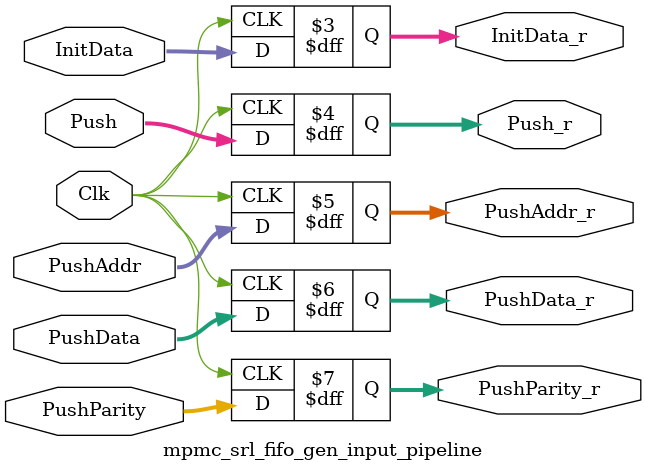
<source format=v>

`timescale 1ns/1ns

module mpmc_srl_fifo_gen_input_pipeline #
  (
   parameter         C_INPUT_PIPELINE    = 1'b1,
   parameter         C_DIRECTION         = "write",
   parameter integer C_SRL_RES           = 8,
   parameter integer C_ADDR_WIDTH        = 13,
   parameter integer C_INPUT_DATA_WIDTH  = 128,
   parameter integer C_OUTPUT_DATA_WIDTH = 64
   )
  (
   input                                 Clk,
   input      [C_SRL_RES-1:0]            Push,
   input      [C_ADDR_WIDTH-1:0]         PushAddr,
   input      [C_INPUT_DATA_WIDTH-1:0]   PushData,
   input      [C_INPUT_DATA_WIDTH/8-1:0] PushParity,
   input      [C_OUTPUT_DATA_WIDTH-1:0]  InitData,
   output reg [C_SRL_RES-1:0]            Push_r,
   output reg [C_ADDR_WIDTH-1:0]         PushAddr_r,
   output reg [C_INPUT_DATA_WIDTH-1:0]   PushData_r,
   output reg [C_INPUT_DATA_WIDTH/8-1:0] PushParity_r,
   output reg [C_OUTPUT_DATA_WIDTH-1:0]  InitData_r
   );

  generate
    if (C_INPUT_PIPELINE == 1) begin : gen_input_pipeline
      always @(posedge Clk) begin
        Push_r            <= Push;
        PushAddr_r        <= PushAddr;
        PushData_r        <= PushData;
        PushParity_r      <= PushParity;
      end
      if (C_DIRECTION == "write") begin : gen_write
        always @(posedge Clk) begin
          InitData_r   <= InitData;
        end
      end
      else begin : gen_read
        always @(posedge Clk) begin
          InitData_r   <= {C_OUTPUT_DATA_WIDTH{1'b0}};
        end
      end
    end
    else begin : gen_no_input_pipeline
      always @(*) begin
        Push_r            <= Push;
        PushAddr_r        <= PushAddr;
        PushData_r        <= PushData;
        PushParity_r      <= PushParity;
      end
      if (C_DIRECTION == "write") begin : gen_write
        always @(*) begin
          InitData_r <= InitData;
        end
      end
      else begin : gen_read
        always @(posedge Clk) begin
          InitData_r <= {C_OUTPUT_DATA_WIDTH{1'b0}};
        end
      end
    end
  endgenerate
endmodule // mpmc_srl_fifo_gen_input_pipeline


</source>
